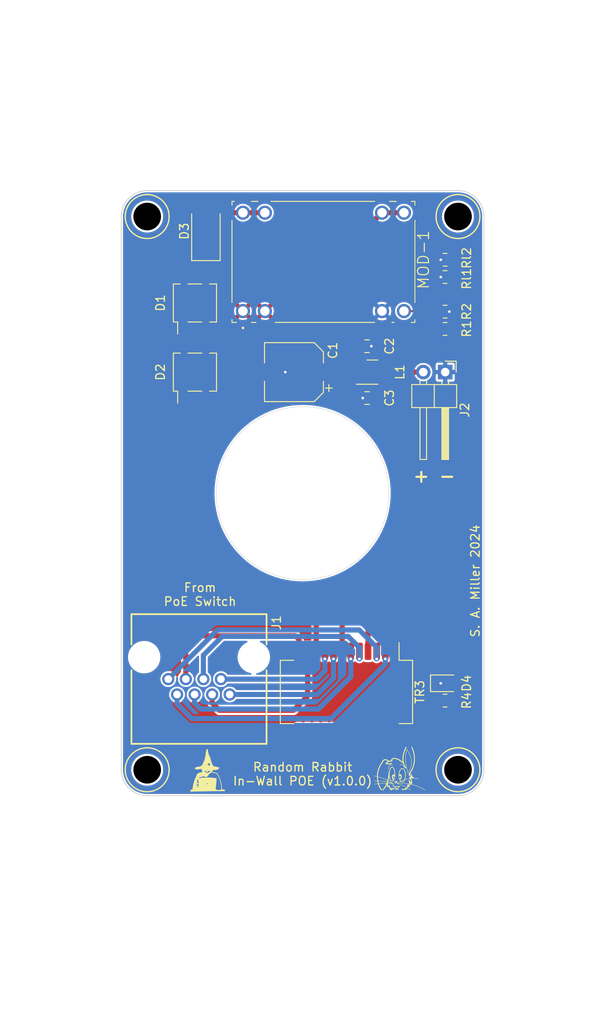
<source format=kicad_pcb>
(kicad_pcb (version 20211014) (generator pcbnew)
  (title_block (title "In-Wall POE") (rev "1.0.0") (company "The Nerd Mage"))
  (layers (0 "F.Cu" signal) (31 "B.Cu" signal) (34 "B.Paste" user) (35 "F.Paste" user) (36 "B.SilkS" user "B.Silkscreen") (37 "F.SilkS" user "F.Silkscreen") (38 "B.Mask" user) (39 "F.Mask" user) (44 "Edge.Cuts" user))
  (net 0 "")
  (net 1 "Vout")
  (net 2 "GND")
  (net 3 "ADJ")
  (net 4 "VB2")
  (net 5 "VB1")
  (net 6 "Vin+")
  (net 7 "Vin-")
  (net 8 "VA2")
  (net 9 "VA1")
  (net 22 "VoutF")
  (net 23 "Net-(D4-Pad2)")
  (net 24 "Net-(J1-Pad1)")
  (net 25 "Net-(J1-Pad2)")
  (net 26 "Net-(J1-Pad3)")
  (net 27 "Net-(J1-Pad4)")
  (net 28 "Net-(J1-Pad5)")
  (net 29 "Net-(J1-Pad6)")
  (net 30 "Net-(J1-Pad7)")
  (net 31 "Net-(J1-Pad8)")
  (footprint "Tinker:Mount" (layer "F.Cu") (at 118 132)
    (fp_text reference "REF**" hide)
    (fp_text value "Mount" hide)
    (pad "" np_thru_hole circle (at 0 0) (size 3.2 3.2) (drill 3.2) (layers *.Mask))
  )
  (footprint "tightstuff:RC01374" (layer "F.Cu") (at 88 121.5 180)
    (fp_text reference "J1" (at -8.973903 6.497106 90 unlocked) (layer "F.SilkS"))
    (fp_text value "RC01374" hide)
    (pad "" np_thru_hole circle (at 6.35 2.525 180) (size 3.2512 3.2512) (drill 3.2512) (layers *.Cu *.Mask))
    (pad "" np_thru_hole circle (at -6.35 2.525 180) (size 3.2512 3.2512) (drill 3.2512) (layers *.Cu *.Mask))
    (pad "1" thru_hole circle (at 3.556 -0.015 180) (size 1.4224 1.4224) (drill 0.889) (layers *.Cu *.Mask) (net 24 "Net-(J1-Pad1)"))
    (pad "2" thru_hole circle (at 2.54 -1.793 180) (size 1.4224 1.4224) (drill 0.889) (layers *.Cu *.Mask) (net 25 "Net-(J1-Pad2)"))
    (pad "3" thru_hole circle (at 1.524 -0.015 180) (size 1.4224 1.4224) (drill 0.889) (layers *.Cu *.Mask) (net 26 "Net-(J1-Pad3)"))
    (pad "4" thru_hole circle (at 0.508 -1.793 180) (size 1.4224 1.4224) (drill 0.889) (layers *.Cu *.Mask) (net 27 "Net-(J1-Pad4)"))
    (pad "5" thru_hole circle (at -0.508 -0.015 180) (size 1.4224 1.4224) (drill 0.889) (layers *.Cu *.Mask) (net 28 "Net-(J1-Pad5)"))
    (pad "6" thru_hole circle (at -1.524 -1.793 180) (size 1.4224 1.4224) (drill 0.889) (layers *.Cu *.Mask) (net 29 "Net-(J1-Pad6)"))
    (pad "7" thru_hole circle (at -2.54 -0.015 180) (size 1.4224 1.4224) (drill 0.889) (layers *.Cu *.Mask) (net 30 "Net-(J1-Pad7)"))
    (pad "8" thru_hole circle (at -3.556 -1.793 180) (size 1.4224 1.4224) (drill 0.889) (layers *.Cu *.Mask) (net 31 "Net-(J1-Pad8)"))
  )
  (footprint "Package_TO_SOT_SMD:TO-269AA" (layer "F.Cu") (at 87.53 86 90)
    (fp_text reference "D2" (at 0 -4 90) (layer "F.SilkS"))
    (fp_text value "MB4S")
    (pad "1" smd rect (at -3.075 -1.27 90) (size 1 0.8) (layers "F.Cu" "F.Paste" "F.Mask") (net 8 "VA2"))
    (pad "2" smd rect (at -3.075 1.27 90) (size 1 0.8) (layers "F.Cu" "F.Paste" "F.Mask") (net 9 "VA1"))
    (pad "3" smd rect (at 3.075 1.27 90) (size 1 0.8) (layers "F.Cu" "F.Paste" "F.Mask") (net 6 "Vin+"))
    (pad "4" smd rect (at 3.075 -1.27 90) (size 1 0.8) (layers "F.Cu" "F.Paste" "F.Mask") (net 7 "Vin-"))
  )
  (footprint "Connector_PinHeader_2.54mm:PinHeader_1x02_P2.54mm_Horizontal" (layer "F.Cu") (at 116.520054 86 -90)
    (fp_text reference "J2" (at 4.385 -2.27 90) (layer "F.SilkS"))
    (fp_text value "Conn_01x02_Male")
    (pad "1" thru_hole rect (at 0 0 270) (size 1.7 1.7) (drill 1) (layers *.Cu *.Mask) (net 2 "GND"))
    (pad "2" thru_hole oval (at 0 2.54 270) (size 1.7 1.7) (drill 1) (layers *.Cu *.Mask) (net 22 "VoutF"))
  )
  (footprint "Capacitor_SMD:CP_Elec_6.3x5.4" (layer "F.Cu") (at 99 86 180)
    (fp_text reference "C1" (at -4.5 2.5 90) (layer "F.SilkS"))
    (fp_text value "100uf")
    (pad "1" smd roundrect (at -2.8 0 180) (size 3.5 1.6) (layers "F.Cu" "F.Paste" "F.Mask") (roundrect_rratio 0.15625) (net 1 "Vout"))
    (pad "2" smd roundrect (at 2.8 0 180) (size 3.5 1.6) (layers "F.Cu" "F.Paste" "F.Mask") (roundrect_rratio 0.15625) (net 2 "GND"))
  )
  (footprint "Tinker:NerdMage" (layer "F.Cu") (at 89 132)
    (fp_text reference "G***" hide)
    (fp_text value "LOGO" hide)
  )
  (footprint "Tinker:Mount" (layer "F.Cu") (at 82 132)
    (fp_text reference "REF**" hide)
    (fp_text value "Mount" hide)
    (pad "" np_thru_hole circle (at 0 0) (size 3.2 3.2) (drill 3.2) (layers *.Mask))
  )
  (footprint "Resistor_SMD:R_0805_2012Metric_Pad1.20x1.40mm_HandSolder" (layer "F.Cu") (at 116.5 124)
    (fp_text reference "R4" (at 2.5 0 90) (layer "F.SilkS"))
    (fp_text value "?")
    (pad "1" smd roundrect (at -1 0) (size 1.2 1.4) (layers "F.Cu" "F.Paste" "F.Mask") (roundrect_rratio 0.2083333333) (net 1 "Vout"))
    (pad "2" smd roundrect (at 1 0) (size 1.2 1.4) (layers "F.Cu" "F.Paste" "F.Mask") (roundrect_rratio 0.2083333333) (net 23 "Net-(D4-Pad2)"))
  )
  (footprint "Tinker:Mount" (layer "F.Cu") (at 118 68)
    (fp_text reference "REF**" hide)
    (fp_text value "Mount" hide)
    (pad "" np_thru_hole circle (at 0 0) (size 3.2 3.2) (drill 3.2) (layers *.Mask))
  )
  (footprint "Diode_SMD:D_SMA" (layer "F.Cu") (at 88.8 69.7 90)
    (fp_text reference "D3" (at 0 -2.5 90) (layer "F.SilkS"))
    (fp_text value "SMAJ58A")
    (pad "1" smd rect (at -2 0 90) (size 2.5 1.8) (layers "F.Cu" "F.Paste" "F.Mask") (net 6 "Vin+"))
    (pad "2" smd rect (at 2 0 90) (size 2.5 1.8) (layers "F.Cu" "F.Paste" "F.Mask") (net 7 "Vin-"))
  )
  (footprint "Tinker:Ag9912LP" (layer "F.Cu") (at 93.090387 78.937467)
    (fp_text reference "MOD-1" (at 20.909613 -5.937467 90) (layer "F.SilkS") (effects (font (size 1.27 1.27) (thickness 0.127))))
    (fp_text value "Ag9905LP" hide)
    (pad "1" thru_hole circle (at 0 0) (size 1.65 1.65) (drill 1.1) (layers *.Cu *.Mask) (net 1 "Vout"))
    (pad "2" thru_hole circle (at 2.54 0) (size 1.65 1.65) (drill 1.1) (layers *.Cu *.Mask) (net 1 "Vout"))
    (pad "3" thru_hole circle (at 16.11 0) (size 1.65 1.65) (drill 1.1) (layers *.Cu *.Mask) (net 2 "GND"))
    (pad "4" thru_hole circle (at 18.65 0) (size 1.65 1.65) (drill 1.1) (layers *.Cu *.Mask) (net 3 "ADJ"))
    (pad "5" thru_hole circle (at 18.65 -11.38) (size 1.65 1.65) (drill 1.1) (layers *.Cu *.Mask) (net 6 "Vin+"))
    (pad "6" thru_hole circle (at 16.11 -11.38) (size 1.65 1.65) (drill 1.1) (layers *.Cu *.Mask) (net 6 "Vin+"))
    (pad "7" thru_hole circle (at 2.54 -11.38) (size 1.65 1.65) (drill 1.1) (layers *.Cu *.Mask) (net 7 "Vin-"))
    (pad "8" thru_hole circle (at 0 -11.38) (size 1.65 1.65) (drill 1.1) (layers *.Cu *.Mask) (net 7 "Vin-"))
  )
  (footprint "Capacitor_SMD:C_0805_2012Metric" (layer "F.Cu") (at 107.465599 89 180)
    (fp_text reference "C3" (at -2.6 0 90) (layer "F.SilkS"))
    (fp_text value "10uf")
    (pad "1" smd roundrect (at -0.95 0 180) (size 1 1.45) (layers "F.Cu" "F.Paste" "F.Mask") (net 22 "VoutF"))
    (pad "2" smd roundrect (at 0.95 0 180) (size 1 1.45) (layers "F.Cu" "F.Paste" "F.Mask") (net 2 "GND"))
  )
  (footprint "Package_TO_SOT_SMD:TO-269AA" (layer "F.Cu") (at 87.53 78 90)
    (fp_text reference "D1" (at 0 -4 90) (layer "F.SilkS"))
    (fp_text value "MB4S")
    (pad "1" smd rect (at -3.075 -1.27 90) (size 1 0.8) (layers "F.Cu" "F.Paste" "F.Mask") (net 4 "VB2"))
    (pad "2" smd rect (at -3.075 1.27 90) (size 1 0.8) (layers "F.Cu" "F.Paste" "F.Mask") (net 5 "VB1"))
    (pad "3" smd rect (at 3.075 1.27 90) (size 1 0.8) (layers "F.Cu" "F.Paste" "F.Mask") (net 6 "Vin+"))
    (pad "4" smd rect (at 3.075 -1.27 90) (size 1 0.8) (layers "F.Cu" "F.Paste" "F.Mask") (net 7 "Vin-"))
  )
  (footprint "Resistor_SMD:R_0805_2012Metric_Pad1.20x1.40mm_HandSolder" (layer "F.Cu") (at 116.5 75 180)
    (fp_text reference "Rl1" (at -2.5 -0.2 90) (layer "F.SilkS"))
    (fp_text value "Rmin")
    (pad "1" smd roundrect (at -1 0 180) (size 1.2 1.4) (layers "F.Cu" "F.Paste" "F.Mask") (roundrect_rratio 0.2083333333) (net 1 "Vout"))
    (pad "2" smd roundrect (at 1 0 180) (size 1.2 1.4) (layers "F.Cu" "F.Paste" "F.Mask") (roundrect_rratio 0.2083333333) (net 2 "GND"))
  )
  (footprint "tightstuff:Eth_Magnetics (1.0)" (layer "F.Cu") (at 105.08 123 -90)
    (fp_text reference "TR3" (at 0 -8.5 90) (layer "F.SilkS"))
    (fp_text value "SET2401ST")
    (pad "1" smd roundrect (at -4.7 -5.5 270) (size 2 0.78) (layers "F.Cu" "F.Paste" "F.Mask") (net 9 "VA1"))
    (pad "2" smd roundrect (at -4.7 -4.5 270) (size 2 0.78) (layers "F.Cu" "F.Paste" "F.Mask") (net 25 "Net-(J1-Pad2)"))
    (pad "3" smd roundrect (at -4.7 -3.5 270) (size 2 0.78) (layers "F.Cu" "F.Paste" "F.Mask") (net 24 "Net-(J1-Pad1)"))
    (pad "4" smd roundrect (at -4.7 -2.5 270) (size 2 0.78) (layers "F.Cu" "F.Paste" "F.Mask") (net 5 "VB1"))
    (pad "5" smd roundrect (at -4.7 -1.5 270) (size 2 0.78) (layers "F.Cu" "F.Paste" "F.Mask") (net 28 "Net-(J1-Pad5)"))
    (pad "6" smd roundrect (at -4.7 -0.5 270) (size 2 0.78) (layers "F.Cu" "F.Paste" "F.Mask") (net 27 "Net-(J1-Pad4)"))
    (pad "7" smd roundrect (at -4.7 0.5 270) (size 2 0.78) (layers "F.Cu" "F.Paste" "F.Mask") (net 4 "VB2"))
    (pad "8" smd roundrect (at -4.7 1.5 270) (size 2 0.78) (layers "F.Cu" "F.Paste" "F.Mask") (net 31 "Net-(J1-Pad8)"))
    (pad "9" smd roundrect (at -4.7 2.5 270) (size 2 0.78) (layers "F.Cu" "F.Paste" "F.Mask") (net 30 "Net-(J1-Pad7)"))
    (pad "10" smd roundrect (at -4.7 3.5 270) (size 2 0.78) (layers "F.Cu" "F.Paste" "F.Mask") (net 8 "VA2"))
    (pad "11" smd roundrect (at -4.7 4.5 270) (size 2 0.78) (layers "F.Cu" "F.Paste" "F.Mask") (net 29 "Net-(J1-Pad6)"))
    (pad "12" smd roundrect (at -4.7 5.5 270) (size 2 0.78) (layers "F.Cu" "F.Paste" "F.Mask") (net 26 "Net-(J1-Pad3)"))
    (pad "13" smd roundrect (at 4.7 5.5 270) (size 2 0.78) (layers "F.Cu" "F.Paste" "F.Mask"))
    (pad "14" smd roundrect (at 4.7 4.5 270) (size 2 0.78) (layers "F.Cu" "F.Paste" "F.Mask"))
    (pad "15" smd roundrect (at 4.7 3.5 270) (size 2 0.78) (layers "F.Cu" "F.Paste" "F.Mask"))
    (pad "16" smd roundrect (at 4.7 2.5 270) (size 2 0.78) (layers "F.Cu" "F.Paste" "F.Mask"))
    (pad "17" smd roundrect (at 4.7 1.5 270) (size 2 0.78) (layers "F.Cu" "F.Paste" "F.Mask"))
    (pad "18" smd roundrect (at 4.7 0.5 270) (size 2 0.78) (layers "F.Cu" "F.Paste" "F.Mask"))
    (pad "19" smd roundrect (at 4.7 -0.5 270) (size 2 0.78) (layers "F.Cu" "F.Paste" "F.Mask"))
    (pad "20" smd roundrect (at 4.7 -1.5 270) (size 2 0.78) (layers "F.Cu" "F.Paste" "F.Mask"))
    (pad "21" smd roundrect (at 4.7 -2.5 270) (size 2 0.78) (layers "F.Cu" "F.Paste" "F.Mask"))
    (pad "22" smd roundrect (at 4.7 -3.5 270) (size 2 0.78) (layers "F.Cu" "F.Paste" "F.Mask"))
    (pad "23" smd roundrect (at 4.7 -4.5 270) (size 2 0.78) (layers "F.Cu" "F.Paste" "F.Mask"))
    (pad "24" smd roundrect (at 4.7 -5.5 270) (size 2 0.78) (layers "F.Cu" "F.Paste" "F.Mask"))
  )
  (footprint "Tinker:Mount" (layer "F.Cu") (at 82 68)
    (fp_text reference "REF**" hide)
    (fp_text value "Mount" hide)
    (pad "" np_thru_hole circle (at 0 0) (size 3.2 3.2) (drill 3.2) (layers *.Mask))
  )
  (footprint "LED_SMD:LED_0805_2012Metric" (layer "F.Cu") (at 116.5 122)
    (fp_text reference "D4" (at 2.5 0 90) (layer "F.SilkS"))
    (fp_text value "LED")
    (pad "1" smd roundrect (at -0.9375 0) (size 0.975 1.4) (layers "F.Cu" "F.Paste" "F.Mask") (net 2 "GND"))
    (pad "2" smd roundrect (at 0.9375 0) (size 0.975 1.4) (layers "F.Cu" "F.Paste" "F.Mask") (net 23 "Net-(D4-Pad2)"))
  )
  (footprint "Tinker:DagNabbit" (layer "F.Cu") (at 111 132.5)
    (fp_text reference "REF**" hide)
    (fp_text value "DagNabbit" hide)
  )
  (footprint "Resistor_SMD:R_0805_2012Metric_Pad1.20x1.40mm_HandSolder" (layer "F.Cu") (at 116.5 73 180)
    (fp_text reference "Rl2" (at -2.5 0.2 90) (layer "F.SilkS"))
    (fp_text value "Rmin")
    (pad "1" smd roundrect (at -1 0 180) (size 1.2 1.4) (layers "F.Cu" "F.Paste" "F.Mask") (roundrect_rratio 0.208333) (net 1 "Vout"))
    (pad "2" smd roundrect (at 1 0 180) (size 1.2 1.4) (layers "F.Cu" "F.Paste" "F.Mask") (roundrect_rratio 0.208333) (net 2 "GND"))
  )
  (footprint "Resistor_SMD:R_0805_2012Metric_Pad1.20x1.40mm_HandSolder" (layer "F.Cu") (at 116.5 81 180)
    (fp_text reference "R1" (at -2.5 0 90) (layer "F.SilkS"))
    (fp_text value "?")
    (pad "1" smd roundrect (at -1 0 180) (size 1.2 1.4) (layers "F.Cu" "F.Paste" "F.Mask") (roundrect_rratio 0.2083333333) (net 1 "Vout"))
    (pad "2" smd roundrect (at 1 0 180) (size 1.2 1.4) (layers "F.Cu" "F.Paste" "F.Mask") (roundrect_rratio 0.2083333333) (net 3 "ADJ"))
  )
  (footprint "Resistor_SMD:R_0805_2012Metric_Pad1.20x1.40mm_HandSolder" (layer "F.Cu") (at 116.5 79)
    (fp_text reference "R2" (at 2.5 0 90) (layer "F.SilkS"))
    (fp_text value "?")
    (pad "1" smd roundrect (at -1 0) (size 1.2 1.4) (layers "F.Cu" "F.Paste" "F.Mask") (roundrect_rratio 0.2083333333) (net 3 "ADJ"))
    (pad "2" smd roundrect (at 1 0) (size 1.2 1.4) (layers "F.Cu" "F.Paste" "F.Mask") (roundrect_rratio 0.2083333333) (net 2 "GND"))
  )
  (footprint "tightstuff:fnr3015s" (layer "F.Cu") (at 107.465599 86)
    (fp_text reference "L1" (at 3.81 0 90 unlocked) (layer "F.SilkS"))
    (fp_text value "fnr3015s1r")
    (pad "1" smd rect (at -1.625 0) (size 2.25 2.5) (layers "F.Cu" "F.Paste" "F.Mask") (net 1 "Vout"))
    (pad "2" smd rect (at 1.625 0) (size 2.25 2.5) (layers "F.Cu" "F.Paste" "F.Mask") (net 22 "VoutF"))
  )
  (footprint "Capacitor_SMD:C_0805_2012Metric" (layer "F.Cu") (at 107.465599 83)
    (fp_text reference "C2" (at 2.6 0 90) (layer "F.SilkS"))
    (fp_text value "10uf")
    (pad "1" smd roundrect (at -0.95 0) (size 1 1.45) (layers "F.Cu" "F.Paste" "F.Mask") (net 1 "Vout"))
    (pad "2" smd roundrect (at 0.95 0) (size 1 1.45) (layers "F.Cu" "F.Paste" "F.Mask") (net 2 "GND"))
  )
  (gr_line (start 121 68) (end 121 132) (layer "Edge.Cuts") (width 0.1))
  (gr_arc (start 82 135) (mid 79.87868 134.12132) (end 79 132) (layer "Edge.Cuts") (width 0.1))
  (gr_arc (start 79 68) (mid 79.87868 65.87868) (end 82 65) (layer "Edge.Cuts") (width 0.1))
  (gr_line (start 82 65) (end 118 65) (layer "Edge.Cuts") (width 0.1))
  (gr_line (start 79 132) (end 79 68) (layer "Edge.Cuts") (width 0.1))
  (gr_circle (center 100 100) (end 110 100) (layer "Edge.Cuts") (width 0.05) (fill none))
  (gr_arc (start 118 65) (mid 120.12132 65.87868) (end 121 68) (layer "Edge.Cuts") (width 0.1))
  (gr_line (start 82 135) (end 118 135) (layer "Edge.Cuts") (width 0.1))
  (gr_arc (start 121 132) (mid 120.12132 134.12132) (end 118 135) (layer "Edge.Cuts") (width 0.1))
  (gr_text "Random Rabbit\n${TITLE} (v${REVISION})" (at 100 132.5) (layer "F.SilkS") (effects (font (size 1 1))))
  (gr_text "S. A. Miller 2024" (at 120 110.16 90) (layer "F.SilkS") (effects (font (size 1 1))))
  (gr_text "From\nPoE Switch" (at 88.123149 111.730068) (layer "F.SilkS") (effects (font (size 1 1))))
  (gr_text "+ -" (at 115.250055 98) (layer "F.SilkS") (effects (font (size 1.5 1.5) (thickness 0.25))))
  (segment (start 117.5 73) (end 117.5 75) (width 0.6) (layer "F.Cu") (net 1))
  (segment (start 115.5 73) (end 115.5 75) (width 0.6) (layer "F.Cu") (net 2))
  (via (at 116 73) (size 0.5) (drill 0.3) (layers "F.Cu" "B.Cu") (net 2))
  (via (at 116 75) (size 0.5) (drill 0.3) (layers "F.Cu" "B.Cu") (net 2))
  (via (at 117 79) (size 0.5) (drill 0.3) (layers "F.Cu" "B.Cu") (net 2))
  (via (at 107.965599 83) (size 0.5) (drill 0.3) (layers "F.Cu" "B.Cu") (net 2))
  (via (at 106.965599 89) (size 0.5) (drill 0.3) (layers "F.Cu" "B.Cu") (net 2))
  (via (at 116 122) (size 0.5) (drill 0.3) (layers "F.Cu" "B.Cu") (net 2))
  (via (at 98 86) (size 0.5) (drill 0.3) (layers "F.Cu" "B.Cu") (net 2))
  (segment (start 111.740387 78.937467) (end 115.488553 78.937467) (width 0.25) (layer "F.Cu") (net 3))
  (segment (start 115.5 81) (end 115.5 79) (width 0.25) (layer "F.Cu") (net 3))
  (segment (start 93.47462 113.844701) (end 103.634811 113.844701) (width 0.6) (layer "F.Cu") (net 4))
  (segment (start 86.26 81.075) (end 85.26 82.075) (width 0.6) (layer "F.Cu") (net 4))
  (segment (start 85.26 82.075) (end 85.26 83.65) (width 0.6) (layer "F.Cu") (net 4))
  (segment (start 87.2 85.59) (end 87.2 107.570079) (width 0.6) (layer "F.Cu") (net 4))
  (segment (start 85.26 83.65) (end 87.2 85.59) (width 0.6) (layer "F.Cu") (net 4))
  (segment (start 87.2 107.570079) (end 93.47462 113.844701) (width 0.6) (layer "F.Cu") (net 4))
  (segment (start 103.634811 113.844701) (end 104.58 114.78989) (width 0.6) (layer "F.Cu") (net 4))
  (segment (start 104.58 114.78989) (end 104.58 118.3) (width 0.6) (layer "F.Cu") (net 4))
  (segment (start 93.78528 113.094701) (end 106.153535 113.094701) (width 0.6) (layer "F.Cu") (net 5))
  (segment (start 88.42 107.729421) (end 88.61237 107.921791) (width 0.6) (layer "F.Cu") (net 5))
  (segment (start 89.65 81.925) (end 88.8 81.075) (width 0.6) (layer "F.Cu") (net 5))
  (segment (start 89.201078 108.510498) (end 93.78528 113.094701) (width 0.6) (layer "F.Cu") (net 5))
  (segment (start 89.201078 108.510498) (end 88.61237 107.921791) (width 0.6) (layer "F.Cu") (net 5))
  (segment (start 89.65 83.944067) (end 89.65 81.925) (width 0.6) (layer "F.Cu") (net 5))
  (segment (start 106.153535 113.094701) (end 107.58 114.521166) (width 0.6) (layer "F.Cu") (net 5))
  (segment (start 87.95 85.644067) (end 89.65 83.944067) (width 0.6) (layer "F.Cu") (net 5))
  (segment (start 87.95 85.644067) (end 87.95 107.25942) (width 0.6) (layer "F.Cu") (net 5))
  (segment (start 107.58 114.521166) (end 107.58 118.3) (width 0.6) (layer "F.Cu") (net 5))
  (segment (start 87.95 107.25942) (end 89.201078 108.510498) (width 0.6) (layer "F.Cu") (net 5))
  (segment (start 107.763126 68.976061) (end 107.772459 68.985394) (width 0.6) (layer "F.Cu") (net 6))
  (segment (start 88.798439 71.696122) (end 91.5185 68.976061) (width 0.6) (layer "F.Cu") (net 6))
  (segment (start 88.8 74.925) (end 88.8 71.7) (width 0.6) (layer "F.Cu") (net 6))
  (segment (start 88.8 82.925) (end 87.95 82.075) (width 0.6) (layer "F.Cu") (net 6))
  (segment (start 107.772459 68.985394) (end 109.200387 67.557467) (width 0.6) (layer "F.Cu") (net 6))
  (segment (start 87.95 82.075) (end 87.95 75.775) (width 0.6) (layer "F.Cu") (net 6))
  (segment (start 91.5185 68.976061) (end 107.763126 68.976061) (width 0.6) (layer "F.Cu") (net 6))
  (segment (start 111.240387 67.557468) (end 108.700387 67.557468) (width 0.6) (layer "F.Cu") (net 6))
  (segment (start 87.95 75.775) (end 88.8 74.925) (width 0.6) (layer "F.Cu") (net 6))
  (segment (start 88.937094 67.557467) (end 88.798439 67.696122) (width 0.6) (layer "F.Cu") (net 7))
  (segment (start 86.26 74.925) (end 86.26 70.23456) (width 0.6) (layer "F.Cu") (net 7))
  (segment (start 87.11 75.775) (end 86.26 74.925) (width 0.6) (layer "F.Cu") (net 7))
  (segment (start 93.090387 67.557467) (end 88.937094 67.557467) (width 0.6) (layer "F.Cu") (net 7))
  (segment (start 92.590386 67.557468) (end 95.130387 67.557468) (width 0.6) (layer "F.Cu") (net 7))
  (segment (start 87.11 82.075) (end 87.11 75.775) (width 0.6) (layer "F.Cu") (net 7))
  (segment (start 86.26 82.925) (end 87.11 82.075) (width 0.6) (layer "F.Cu") (net 7))
  (segment (start 88.40728 68.08728) (end 88.798439 67.696122) (width 0.6) (layer "F.Cu") (net 7))
  (segment (start 86.26 70.23456) (end 88.40728 68.08728) (width 0.6) (layer "F.Cu") (net 7))
  (segment (start 101.014468 114.594701) (end 101.58 115.160233) (width 0.6) (layer "F.Cu") (net 8))
  (segment (start 88.412129 109.84287) (end 93.16396 114.594701) (width 0.6) (layer "F.Cu") (net 8))
  (segment (start 101.58 115.160233) (end 101.58 118.3) (width 0.6) (layer "F.Cu") (net 8))
  (segment (start 86.26 89.075) (end 86.26 107.69074) (width 0.6) (layer "F.Cu") (net 8))
  (segment (start 93.16396 114.594701) (end 101.014468 114.594701) (width 0.6) (layer "F.Cu") (net 8))
  (segment (start 86.26 107.69074) (end 89.28463 110.71537) (width 0.6) (layer "F.Cu") (net 8))
  (segment (start 88.8 89.075) (end 88.8 107.04876) (width 0.6) (layer "F.Cu") (net 9))
  (segment (start 110.58 114.083078) (end 110.58 118.3) (width 0.6) (layer "F.Cu") (net 9))
  (segment (start 108.841623 112.344701) (end 110.58 114.083078) (width 0.6) (layer "F.Cu") (net 9))
  (segment (start 88.8 107.04876) (end 94.09594 112.344701) (width 0.6) (layer "F.Cu") (net 9))
  (segment (start 94.09594 112.344701) (end 108.841623 112.344701) (width 0.6) (layer "F.Cu") (net 9))
  (segment (start 108.590599 86) (end 108.590599 88.825) (width 0.6) (layer "F.Cu") (net 22))
  (segment (start 108.590599 86) (end 113.980054 86) (width 0.6) (layer "F.Cu") (net 22))
  (segment (start 108.590599 88.825) (end 108.415599 89) (width 0.6) (layer "F.Cu") (net 22))
  (segment (start 117.5 124) (end 117.5 122.0625) (width 0.25) (layer "F.Cu") (net 23))
  (segment (start 117.5 122.0625) (end 117.4375 122) (width 0.25) (layer "F.Cu") (net 23))
  (via (at 108.58 119.18) (size 0.5) (drill 0.3) (layers "F.Cu" "B.Cu") (net 24))
  (segment (start 106.562487 115.82394) (end 108.58 117.841453) (width 0.6) (layer "B.Cu") (net 24))
  (segment (start 84.444 121.515) (end 90.13506 115.82394) (width 0.6) (layer "B.Cu") (net 24))
  (segment (start 90.13506 115.82394) (end 106.562487 115.82394) (width 0.6) (layer "B.Cu") (net 24))
  (segment (start 108.58 117.841453) (end 108.58 119.18) (width 0.6) (layer "B.Cu") (net 24))
  (via (at 109.58 119.18) (size 0.5) (drill 0.3) (layers "F.Cu" "B.Cu") (net 25))
  (segment (start 85.46 123.293) (end 85.46 124.363968) (width 0.6) (layer "B.Cu") (net 25))
  (segment (start 85.46 124.363968) (end 87.181451 126.085419) (width 0.6) (layer "B.Cu") (net 25))
  (segment (start 109.58 119.18) (end 109.58 119.800052) (width 0.6) (layer "B.Cu") (net 25))
  (segment (start 109.58 119.800052) (end 103.294633 126.085419) (width 0.6) (layer "B.Cu") (net 25))
  (segment (start 87.181451 126.085419) (end 103.294633 126.085419) (width 0.6) (layer "B.Cu") (net 25))
  (segment (start 88.288222 116.504489) (end 99.181312 116.504489) (width 0.6) (layer "F.Cu") (net 26))
  (segment (start 86.476 121.515) (end 86.476 118.316711) (width 0.6) (layer "F.Cu") (net 26))
  (segment (start 86.476 118.316711) (end 88.288222 116.504489) (width 0.6) (layer "F.Cu") (net 26))
  (segment (start 99.181312 116.504489) (end 99.58 116.903177) (width 0.6) (layer "F.Cu") (net 26))
  (segment (start 99.58 116.903177) (end 99.58 118.3) (width 0.6) (layer "F.Cu") (net 26))
  (via (at 105.58 119.18) (size 0.5) (drill 0.3) (layers "F.Cu" "B.Cu") (net 27))
  (segment (start 87.492 123.293) (end 87.492 124.288809) (width 0.6) (layer "B.Cu") (net 27))
  (segment (start 88.176499 124.973308) (end 101.832412 124.973308) (width 0.6) (layer "B.Cu") (net 27))
  (segment (start 87.492 124.288809) (end 88.176499 124.973308) (width 0.6) (layer "B.Cu") (net 27))
  (segment (start 105.58 121.22572) (end 105.58 119.18) (width 0.6) (layer "B.Cu") (net 27))
  (segment (start 101.832412 124.973308) (end 105.58 121.22572) (width 0.6) (layer "B.Cu") (net 27))
  (via (at 106.58 119.18) (size 0.5) (drill 0.3) (layers "F.Cu" "B.Cu") (net 28))
  (segment (start 90.686573 116.57394) (end 105.28012 116.57394) (width 0.6) (layer "B.Cu") (net 28))
  (segment (start 105.28012 116.57394) (end 106.58 117.87382) (width 0.6) (layer "B.Cu") (net 28))
  (segment (start 106.58 117.87382) (end 106.58 119.18) (width 0.6) (layer "B.Cu") (net 28))
  (segment (start 88.508 121.515) (end 88.508 118.752514) (width 0.6) (layer "B.Cu") (net 28))
  (segment (start 88.508 118.752514) (end 90.686573 116.57394) (width 0.6) (layer "B.Cu") (net 28))
  (segment (start 98.94642 125.119638) (end 100.58 123.486058) (width 0.6) (layer "F.Cu") (net 29))
  (segment (start 89.524 124.26966) (end 89.524 123.293) (width 0.6) (layer "F.Cu") (net 29))
  (segment (start 100.58 123.486058) (end 100.58 118.3) (width 0.6) (layer "F.Cu") (net 29))
  (segment (start 98.94642 125.119638) (end 90.373978 125.119638) (width 0.6) (layer "F.Cu") (net 29))
  (segment (start 90.373978 125.119638) (end 89.524 124.26966) (width 0.6) (layer "F.Cu") (net 29))
  (via (at 102.58 119.18) (size 0.5) (drill 0.3) (layers "F.Cu" "B.Cu") (net 30))
  (segment (start 102.58 120.550522) (end 102.58 119.18) (width 0.6) (layer "B.Cu") (net 30))
  (segment (start 101.615522 121.515) (end 102.58 120.550522) (width 0.6) (layer "B.Cu") (net 30))
  (segment (start 90.54 121.515) (end 101.615522 121.515) (width 0.6) (layer "B.Cu") (net 30))
  (via (at 103.58 119.18) (size 0.5) (drill 0.3) (layers "F.Cu" "B.Cu") (net 31))
  (segment (start 101.683589 123.293) (end 103.58 121.396589) (width 0.6) (layer "B.Cu") (net 31))
  (segment (start 103.58 121.396589) (end 103.58 119.18) (width 0.6) (layer "B.Cu") (net 31))
  (segment (start 91.556 123.293) (end 101.683589 123.293) (width 0.6) (layer "B.Cu") (net 31))
  (zone (net 1) (net_name "Vout") (layer "F.Cu") (connect_pads (clearance 0.254)) (min_thickness 0.254) (fill yes (thermal_gap 0.254) (thermal_bridge_width 0.508))
    (polygon (pts (xy 121.326936 136.029773) (xy 78.871292 136.029774) (xy 78.87129 64.094607) (xy 121.326934 64.094606)))
  )
  (zone (net 2) (net_name "GND") (layer "B.Cu") (connect_pads (clearance 0.2)) (min_thickness 0.2) (fill yes (thermal_gap 0.254) (thermal_bridge_width 0.508))
    (polygon (pts (xy 122.517858 137.050131) (xy 77.824563 137.050131) (xy 77.824562 63.456884) (xy 122.517857 63.456884)))
  )
)
</source>
